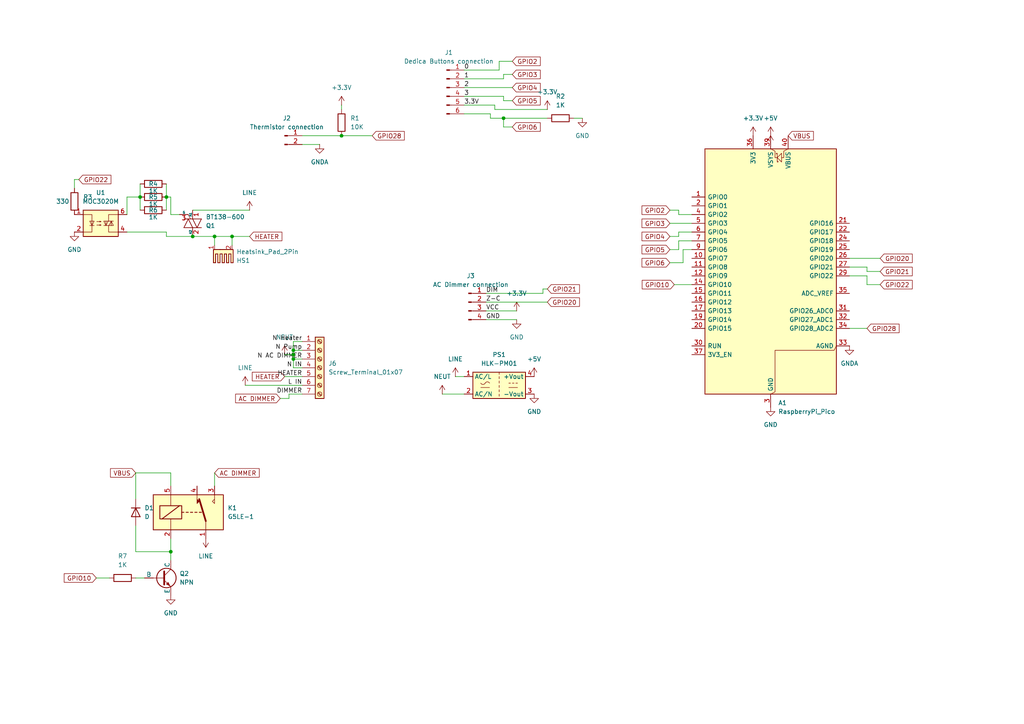
<source format=kicad_sch>
(kicad_sch (version 20231120) (generator "eeschema") (generator_version "8.0")
  (paper "A4")
  (lib_symbols
    (symbol "Connector:Conn_01x02_Pin" (pin_names (offset 1.016) hide)
      (property "Reference" "J" (at 0 2.54 0))
      (property "Value" "Conn_01x02_Pin" (at 0 -5.08 0))
      (symbol "Conn_01x02_Pin_1_1"
        (polyline (pts (xy 1.27 -2.54) (xy 0.8636 -2.54)) (stroke (width 0.1524)))
        (polyline (pts (xy 1.27 0) (xy 0.8636 0)) (stroke (width 0.1524)))
        (rectangle (start 0.8636 -2.413) (end 0 -2.667) (stroke (width 0.1524)) (fill (type outline)))
        (rectangle (start 0.8636 0.127) (end 0 -0.127) (stroke (width 0.1524)) (fill (type outline)))
        (pin passive line (at 5.08 0 180) (length 3.81) (name "Pin_1") (number "1"))
        (pin passive line (at 5.08 -2.54 180) (length 3.81) (name "Pin_2") (number "2"))
      )
    )
    (symbol "Connector:Conn_01x04_Pin" (pin_names (offset 1.016) hide)
      (property "Reference" "J" (at 0 5.08 0))
      (property "Value" "Conn_01x04_Pin" (at 0 -7.62 0))
      (symbol "Conn_01x04_Pin_1_1"
        (polyline (pts (xy 1.27 -5.08) (xy 0.8636 -5.08)) (stroke (width 0.1524)))
        (polyline (pts (xy 1.27 -2.54) (xy 0.8636 -2.54)) (stroke (width 0.1524)))
        (polyline (pts (xy 1.27 0) (xy 0.8636 0)) (stroke (width 0.1524)))
        (polyline (pts (xy 1.27 2.54) (xy 0.8636 2.54)) (stroke (width 0.1524)))
        (rectangle (start 0.8636 -4.953) (end 0 -5.207) (stroke (width 0.1524)) (fill (type outline)))
        (rectangle (start 0.8636 -2.413) (end 0 -2.667) (stroke (width 0.1524)) (fill (type outline)))
        (rectangle (start 0.8636 0.127) (end 0 -0.127) (stroke (width 0.1524)) (fill (type outline)))
        (rectangle (start 0.8636 2.667) (end 0 2.413) (stroke (width 0.1524)) (fill (type outline)))
        (pin passive line (at 5.08 2.54 180) (length 3.81) (name "Pin_1") (number "1"))
        (pin passive line (at 5.08 0 180) (length 3.81) (name "Pin_2") (number "2"))
        (pin passive line (at 5.08 -2.54 180) (length 3.81) (name "Pin_3") (number "3"))
        (pin passive line (at 5.08 -5.08 180) (length 3.81) (name "Pin_4") (number "4"))
      )
    )
    (symbol "Connector:Conn_01x06_Pin" (pin_names (offset 1.016) hide)
      (property "Reference" "J" (at 0 7.62 0))
      (property "Value" "Conn_01x06_Pin" (at 0 -10.16 0))
      (symbol "Conn_01x06_Pin_1_1"
        (polyline (pts (xy 1.27 -7.62) (xy 0.8636 -7.62)) (stroke (width 0.1524)))
        (polyline (pts (xy 1.27 -5.08) (xy 0.8636 -5.08)) (stroke (width 0.1524)))
        (polyline (pts (xy 1.27 -2.54) (xy 0.8636 -2.54)) (stroke (width 0.1524)))
        (polyline (pts (xy 1.27 0) (xy 0.8636 0)) (stroke (width 0.1524)))
        (polyline (pts (xy 1.27 2.54) (xy 0.8636 2.54)) (stroke (width 0.1524)))
        (polyline (pts (xy 1.27 5.08) (xy 0.8636 5.08)) (stroke (width 0.1524)))
        (rectangle (start 0.8636 -7.493) (end 0 -7.747) (stroke (width 0.1524)) (fill (type outline)))
        (rectangle (start 0.8636 -4.953) (end 0 -5.207) (stroke (width 0.1524)) (fill (type outline)))
        (rectangle (start 0.8636 -2.413) (end 0 -2.667) (stroke (width 0.1524)) (fill (type outline)))
        (rectangle (start 0.8636 0.127) (end 0 -0.127) (stroke (width 0.1524)) (fill (type outline)))
        (rectangle (start 0.8636 2.667) (end 0 2.413) (stroke (width 0.1524)) (fill (type outline)))
        (rectangle (start 0.8636 5.207) (end 0 4.953) (stroke (width 0.1524)) (fill (type outline)))
        (pin passive line (at 5.08 5.08 180) (length 3.81) (name "Pin_1") (number "1"))
        (pin passive line (at 5.08 2.54 180) (length 3.81) (name "Pin_2") (number "2"))
        (pin passive line (at 5.08 0 180) (length 3.81) (name "Pin_3") (number "3"))
        (pin passive line (at 5.08 -2.54 180) (length 3.81) (name "Pin_4") (number "4"))
        (pin passive line (at 5.08 -5.08 180) (length 3.81) (name "Pin_5") (number "5"))
        (pin passive line (at 5.08 -7.62 180) (length 3.81) (name "Pin_6") (number "6"))
      )
    )
    (symbol "Connector:Screw_Terminal_01x07" (pin_names (offset 1.016) hide)
      (property "Reference" "J" (at 0 10.16 0))
      (property "Value" "Screw_Terminal_01x07" (at 0 -10.16 0))
      (symbol "Screw_Terminal_01x07_1_1"
        (rectangle (start -1.27 8.89) (end 1.27 -8.89) (stroke (width 0.254)) (fill (type background)))
        (circle (center 0 -7.62) (radius 0.635) (stroke (width 0.1524)))
        (circle (center 0 -5.08) (radius 0.635) (stroke (width 0.1524)))
        (circle (center 0 -2.54) (radius 0.635) (stroke (width 0.1524)))
        (polyline (pts (xy -0.5334 -7.2898) (xy 0.3302 -8.128)) (stroke (width 0.1524)))
        (polyline (pts (xy -0.5334 -4.7498) (xy 0.3302 -5.588)) (stroke (width 0.1524)))
        (polyline (pts (xy -0.5334 -2.2098) (xy 0.3302 -3.048)) (stroke (width 0.1524)))
        (polyline (pts (xy -0.5334 0.3302) (xy 0.3302 -0.508)) (stroke (width 0.1524)))
        (polyline (pts (xy -0.5334 2.8702) (xy 0.3302 2.032)) (stroke (width 0.1524)))
        (polyline (pts (xy -0.5334 5.4102) (xy 0.3302 4.572)) (stroke (width 0.1524)))
        (polyline (pts (xy -0.5334 7.9502) (xy 0.3302 7.112)) (stroke (width 0.1524)))
        (polyline (pts (xy -0.3556 -7.112) (xy 0.508 -7.9502)) (stroke (width 0.1524)))
        (polyline (pts (xy -0.3556 -4.572) (xy 0.508 -5.4102)) (stroke (width 0.1524)))
        (polyline (pts (xy -0.3556 -2.032) (xy 0.508 -2.8702)) (stroke (width 0.1524)))
        (polyline (pts (xy -0.3556 0.508) (xy 0.508 -0.3302)) (stroke (width 0.1524)))
        (polyline (pts (xy -0.3556 3.048) (xy 0.508 2.2098)) (stroke (width 0.1524)))
        (polyline (pts (xy -0.3556 5.588) (xy 0.508 4.7498)) (stroke (width 0.1524)))
        (polyline (pts (xy -0.3556 8.128) (xy 0.508 7.2898)) (stroke (width 0.1524)))
        (circle (center 0 0) (radius 0.635) (stroke (width 0.1524)))
        (circle (center 0 2.54) (radius 0.635) (stroke (width 0.1524)))
        (circle (center 0 5.08) (radius 0.635) (stroke (width 0.1524)))
        (circle (center 0 7.62) (radius 0.635) (stroke (width 0.1524)))
        (pin passive line (at -5.08 7.62 0) (length 3.81) (name "Pin_1") (number "1"))
        (pin passive line (at -5.08 5.08 0) (length 3.81) (name "Pin_2") (number "2"))
        (pin passive line (at -5.08 2.54 0) (length 3.81) (name "Pin_3") (number "3"))
        (pin passive line (at -5.08 0 0) (length 3.81) (name "Pin_4") (number "4"))
        (pin passive line (at -5.08 -2.54 0) (length 3.81) (name "Pin_5") (number "5"))
        (pin passive line (at -5.08 -5.08 0) (length 3.81) (name "Pin_6") (number "6"))
        (pin passive line (at -5.08 -7.62 0) (length 3.81) (name "Pin_7") (number "7"))
      )
    )
    (symbol "Converter_ACDC:HLK-PM01"
      (property "Reference" "PS" (at 0 5.08 0))
      (property "Value" "HLK-PM01" (at 0 -5.08 0))
      (symbol "HLK-PM01_0_1"
        (rectangle (start -7.62 3.81) (end 7.62 -3.81) (stroke (width 0.254)) (fill (type background)))
        (arc (start -5.334 0.635) (mid -4.699 0.2495) (end -4.064 0.635))
        (arc (start -2.794 0.635) (mid -3.429 1.0072) (end -4.064 0.635))
        (polyline (pts (xy -5.334 -0.635) (xy -2.794 -0.635)))
        (polyline (pts (xy 0 -2.54) (xy 0 -3.175)))
        (polyline (pts (xy 0 -1.27) (xy 0 -1.905)))
        (polyline (pts (xy 0 0) (xy 0 -0.635)))
        (polyline (pts (xy 0 1.27) (xy 0 0.635)))
        (polyline (pts (xy 0 2.54) (xy 0 1.905)))
        (polyline (pts (xy 0 3.81) (xy 0 3.175)))
        (polyline (pts (xy 2.794 -0.635) (xy 5.334 -0.635)))
        (polyline (pts (xy 2.794 0.635) (xy 3.302 0.635)))
        (polyline (pts (xy 3.81 0.635) (xy 4.318 0.635)))
        (polyline (pts (xy 4.826 0.635) (xy 5.334 0.635)))
      )
      (symbol "HLK-PM01_1_1"
        (pin power_in line (at -10.16 2.54 0) (length 2.54) (name "AC/L") (number "1"))
        (pin power_in line (at -10.16 -2.54 0) (length 2.54) (name "AC/N") (number "2"))
        (pin power_out line (at 10.16 -2.54 180) (length 2.54) (name "-Vout") (number "3"))
        (pin power_out line (at 10.16 2.54 180) (length 2.54) (name "+Vout") (number "4"))
      )
    )
    (symbol "Device:D" (pin_numbers hide) (pin_names (offset 1.016) hide)
      (property "Reference" "D" (at 0 2.54 0))
      (property "Value" "D" (at 0 -2.54 0))
      (symbol "D_0_1"
        (polyline (pts (xy -1.27 1.27) (xy -1.27 -1.27)) (stroke (width 0.254)))
        (polyline (pts (xy 1.27 0) (xy -1.27 0)))
        (polyline (pts (xy 1.27 1.27) (xy 1.27 -1.27) (xy -1.27 0) (xy 1.27 1.27)) (stroke (width 0.254)))
      )
      (symbol "D_1_1"
        (pin passive line (at -3.81 0 0) (length 2.54) (name "K") (number "1"))
        (pin passive line (at 3.81 0 180) (length 2.54) (name "A") (number "2"))
      )
    )
    (symbol "Device:R" (pin_numbers hide) (pin_names (offset 0))
      (property "Reference" "R" (at 2.032 0 90))
      (property "Value" "R" (at 0 0 90))
      (symbol "R_0_1"
        (rectangle (start -1.016 -2.54) (end 1.016 2.54) (stroke (width 0.254)))
      )
      (symbol "R_1_1"
        (pin passive line (at 0 3.81 270) (length 1.27) (name "~") (number "1"))
        (pin passive line (at 0 -3.81 90) (length 1.27) (name "~") (number "2"))
      )
    )
    (symbol "MCU_Module_RaspberryPi_Pico:RaspberryPi_Pico" (pin_names (offset 0.762))
      (property "Reference" "A" (at -19.05 38.1 0))
      (property "Value" "RaspberryPi_Pico" (at 7.62 38.1 0))
      (symbol "RaspberryPi_Pico_0_1"
        (rectangle (start -19.05 36.83) (end 19.05 -34.29) (stroke (width 0.254)) (fill (type background)))
        (polyline (pts (xy 0 36.83) (xy 1.27 36.195) (xy 1.27 34.29) (xy 1.905 34.29)))
        (polyline (pts (xy 1.905 34.29) (xy 3.175 35.56) (xy 3.175 33.02) (xy 1.905 34.29)))
        (polyline (pts (xy 5.08 36.83) (xy 3.81 36.195) (xy 3.81 34.29) (xy 3.175 34.29)))
        (polyline (pts (xy 0 -34.29) (xy 1.27 -33.655) (xy 1.27 -21.59) (xy 18.415 -21.59) (xy 19.05 -20.32)))
        (polyline (pts (xy 1.651 35.306) (xy 1.651 35.56) (xy 1.905 35.56) (xy 1.905 33.02) (xy 2.159 33.02) (xy 2.159 33.274)))
      )
      (symbol "RaspberryPi_Pico_1_1"
        (pin bidirectional line (at -22.86 22.86 0) (length 3.81) (name "GPIO0") (number "1"))
        (pin bidirectional line (at -22.86 5.08 0) (length 3.81) (name "GPIO7") (number "10"))
        (pin bidirectional line (at -22.86 2.54 0) (length 3.81) (name "GPIO8") (number "11"))
        (pin bidirectional line (at -22.86 0 0) (length 3.81) (name "GPIO9") (number "12"))
        (pin passive line (at 0 -38.1 90) (length 3.81) hide (name "GND") (number "13"))
        (pin bidirectional line (at -22.86 -2.54 0) (length 3.81) (name "GPIO10") (number "14"))
        (pin bidirectional line (at -22.86 -5.08 0) (length 3.81) (name "GPIO11") (number "15"))
        (pin bidirectional line (at -22.86 -7.62 0) (length 3.81) (name "GPIO12") (number "16"))
        (pin bidirectional line (at -22.86 -10.16 0) (length 3.81) (name "GPIO13") (number "17"))
        (pin passive line (at 0 -38.1 90) (length 3.81) hide (name "GND") (number "18"))
        (pin bidirectional line (at -22.86 -12.7 0) (length 3.81) (name "GPIO14") (number "19"))
        (pin bidirectional line (at -22.86 20.32 0) (length 3.81) (name "GPIO1") (number "2"))
        (pin bidirectional line (at -22.86 -15.24 0) (length 3.81) (name "GPIO15") (number "20"))
        (pin bidirectional line (at 22.86 15.24 180) (length 3.81) (name "GPIO16") (number "21"))
        (pin bidirectional line (at 22.86 12.7 180) (length 3.81) (name "GPIO17") (number "22"))
        (pin passive line (at 0 -38.1 90) (length 3.81) hide (name "GND") (number "23"))
        (pin bidirectional line (at 22.86 10.16 180) (length 3.81) (name "GPIO18") (number "24"))
        (pin bidirectional line (at 22.86 7.62 180) (length 3.81) (name "GPIO19") (number "25"))
        (pin bidirectional line (at 22.86 5.08 180) (length 3.81) (name "GPIO20") (number "26"))
        (pin bidirectional line (at 22.86 2.54 180) (length 3.81) (name "GPIO21") (number "27"))
        (pin passive line (at 0 -38.1 90) (length 3.81) hide (name "GND") (number "28"))
        (pin bidirectional line (at 22.86 0 180) (length 3.81) (name "GPIO22") (number "29"))
        (pin power_out line (at 0 -38.1 90) (length 3.81) (name "GND") (number "3"))
        (pin input line (at -22.86 -20.32 0) (length 3.81) (name "RUN") (number "30"))
        (pin bidirectional line (at 22.86 -10.16 180) (length 3.81) (name "GPIO26_ADC0") (number "31"))
        (pin bidirectional line (at 22.86 -12.7 180) (length 3.81) (name "GPIO27_ADC1") (number "32"))
        (pin power_out line (at 22.86 -20.32 180) (length 3.81) (name "AGND") (number "33"))
        (pin bidirectional line (at 22.86 -15.24 180) (length 3.81) (name "GPIO28_ADC2") (number "34"))
        (pin power_in line (at 22.86 -5.08 180) (length 3.81) (name "ADC_VREF") (number "35"))
        (pin power_out line (at -5.08 40.64 270) (length 3.81) (name "3V3") (number "36"))
        (pin input line (at -22.86 -22.86 0) (length 3.81) (name "3V3_EN") (number "37"))
        (pin passive line (at 0 -38.1 90) (length 3.81) hide (name "GND") (number "38"))
        (pin power_in line (at 0 40.64 270) (length 3.81) (name "VSYS") (number "39"))
        (pin bidirectional line (at -22.86 17.78 0) (length 3.81) (name "GPIO2") (number "4"))
        (pin power_out line (at 5.08 40.64 270) (length 3.81) (name "VBUS") (number "40"))
        (pin bidirectional line (at -22.86 15.24 0) (length 3.81) (name "GPIO3") (number "5"))
        (pin bidirectional line (at -22.86 12.7 0) (length 3.81) (name "GPIO4") (number "6"))
        (pin bidirectional line (at -22.86 10.16 0) (length 3.81) (name "GPIO5") (number "7"))
        (pin passive line (at 0 -38.1 90) (length 3.81) hide (name "GND") (number "8"))
        (pin bidirectional line (at -22.86 7.62 0) (length 3.81) (name "GPIO6") (number "9"))
      )
    )
    (symbol "Mechanical:Heatsink_Pad_2Pin" (pin_names (offset 0)) (exclude_from_sim yes)
      (property "Reference" "HS" (at 0 5.715 0))
      (property "Value" "Heatsink_Pad_2Pin" (at 0 3.81 0))
      (symbol "Heatsink_Pad_2Pin_0_1"
        (polyline (pts (xy -0.3302 0) (xy -0.9652 0) (xy -0.9652 2.54) (xy -1.6002 2.54) (xy -1.6002 0) (xy -2.2352 0) (xy -2.2352 2.54) (xy -2.8702 2.54) (xy -2.8702 -1.27) (xy -0.9652 -1.27)) (stroke (width 0.254)) (fill (type background)))
        (polyline (pts (xy -0.3302 0) (xy -0.3302 2.54) (xy 0.3048 2.54) (xy 0.3048 0) (xy 0.9398 0) (xy 0.9398 2.54) (xy 1.5748 2.54) (xy 1.5748 0) (xy 2.2098 0) (xy 2.2098 2.54) (xy 2.8448 2.54) (xy 2.8448 -1.27) (xy -0.9652 -1.27)) (stroke (width 0.254)) (fill (type background)))
      )
      (symbol "Heatsink_Pad_2Pin_1_1"
        (pin passive line (at -2.54 -2.54 90) (length 1.27) (name "~") (number "1"))
        (pin passive line (at 2.54 -2.54 90) (length 1.27) (name "~") (number "2"))
      )
    )
    (symbol "Relay:G5LE-1"
      (property "Reference" "K" (at 11.43 3.81 0))
      (property "Value" "G5LE-1" (at 11.43 1.27 0))
      (symbol "G5LE-1_0_0"
        (polyline (pts (xy 7.62 5.08) (xy 7.62 2.54) (xy 6.985 3.175) (xy 7.62 3.81)))
      )
      (symbol "G5LE-1_0_1"
        (rectangle (start -10.16 5.08) (end 10.16 -5.08) (stroke (width 0.254)) (fill (type background)))
        (rectangle (start -8.255 1.905) (end -1.905 -1.905) (stroke (width 0.254)))
        (polyline (pts (xy -7.62 -1.905) (xy -2.54 1.905)) (stroke (width 0.254)))
        (polyline (pts (xy -5.08 -5.08) (xy -5.08 -1.905)))
        (polyline (pts (xy -5.08 5.08) (xy -5.08 1.905)))
        (polyline (pts (xy -1.905 0) (xy -1.27 0)) (stroke (width 0.254)))
        (polyline (pts (xy -0.635 0) (xy 0 0)) (stroke (width 0.254)))
        (polyline (pts (xy 0.635 0) (xy 1.27 0)) (stroke (width 0.254)))
        (polyline (pts (xy 1.905 0) (xy 2.54 0)) (stroke (width 0.254)))
        (polyline (pts (xy 3.175 0) (xy 3.81 0)) (stroke (width 0.254)))
        (polyline (pts (xy 5.08 -2.54) (xy 3.175 3.81)) (stroke (width 0.508)))
        (polyline (pts (xy 5.08 -2.54) (xy 5.08 -5.08)))
        (polyline (pts (xy 2.54 5.08) (xy 2.54 2.54) (xy 3.175 3.175) (xy 2.54 3.81)) (fill (type outline)))
      )
      (symbol "G5LE-1_1_1"
        (pin passive line (at 5.08 -7.62 90) (length 2.54) (name "~") (number "1"))
        (pin passive line (at -5.08 -7.62 90) (length 2.54) (name "~") (number "2"))
        (pin passive line (at 7.62 7.62 270) (length 2.54) (name "~") (number "3"))
        (pin passive line (at 2.54 7.62 270) (length 2.54) (name "~") (number "4"))
        (pin passive line (at -5.08 7.62 270) (length 2.54) (name "~") (number "5"))
      )
    )
    (symbol "Relay_SolidState:MOC3020M"
      (property "Reference" "U" (at -5.334 4.826 0))
      (property "Value" "MOC3020M" (at 0 5.08 0))
      (symbol "MOC3020M_0_1"
        (rectangle (start -5.08 3.81) (end 5.08 -3.81) (stroke (width 0.254)) (fill (type background)))
        (polyline (pts (xy -3.175 -0.635) (xy -1.905 -0.635)))
        (polyline (pts (xy 1.524 -0.635) (xy 1.524 0.635)))
        (polyline (pts (xy 3.048 0.635) (xy 3.048 -0.635)))
        (polyline (pts (xy 2.286 -0.635) (xy 2.286 -2.54) (xy 5.08 -2.54)))
        (polyline (pts (xy 2.286 0.635) (xy 2.286 2.54) (xy 5.08 2.54)))
        (polyline (pts (xy -5.08 2.54) (xy -2.54 2.54) (xy -2.54 -2.54) (xy -5.08 -2.54)))
        (polyline (pts (xy -2.54 -0.635) (xy -3.175 0.635) (xy -1.905 0.635) (xy -2.54 -0.635)))
        (polyline (pts (xy 0.889 -0.635) (xy 3.683 -0.635) (xy 3.048 0.635) (xy 2.413 -0.635)))
        (polyline (pts (xy 3.683 0.635) (xy 0.889 0.635) (xy 1.524 -0.635) (xy 2.159 0.635)))
        (polyline (pts (xy -1.143 -0.508) (xy 0.127 -0.508) (xy -0.254 -0.635) (xy -0.254 -0.381) (xy 0.127 -0.508)))
        (polyline (pts (xy -1.143 0.508) (xy 0.127 0.508) (xy -0.254 0.381) (xy -0.254 0.635) (xy 0.127 0.508)))
      )
      (symbol "MOC3020M_1_1"
        (pin passive line (at -7.62 2.54 0) (length 2.54) (name "~") (number "1"))
        (pin passive line (at -7.62 -2.54 0) (length 2.54) (name "~") (number "2"))
        (pin no_connect line (at -5.08 0 0) (length 2.54) hide (name "NC") (number "3"))
        (pin passive line (at 7.62 -2.54 180) (length 2.54) (name "~") (number "4"))
        (pin no_connect line (at 5.08 0 180) (length 2.54) hide (name "NC") (number "5"))
        (pin passive line (at 7.62 2.54 180) (length 2.54) (name "~") (number "6"))
      )
    )
    (symbol "Simulation_SPICE:NPN" (pin_numbers hide) (pin_names (offset 0))
      (property "Reference" "Q" (at -2.54 7.62 0))
      (property "Value" "NPN" (at -2.54 5.08 0))
      (symbol "NPN_0_1"
        (polyline (pts (xy -2.54 0) (xy 0.635 0)) (stroke (width 0.1524)))
        (polyline (pts (xy 0.635 0.635) (xy 2.54 2.54)))
        (polyline (pts (xy 2.794 -1.27) (xy 2.794 -1.27)) (stroke (width 0.1524)))
        (polyline (pts (xy 2.794 -1.27) (xy 2.794 -1.27)) (stroke (width 0.1524)))
        (polyline (pts (xy 0.635 -0.635) (xy 2.54 -2.54) (xy 2.54 -2.54)))
        (polyline (pts (xy 0.635 1.905) (xy 0.635 -1.905) (xy 0.635 -1.905)) (stroke (width 0.508)))
        (polyline (pts (xy 1.27 -1.778) (xy 1.778 -1.27) (xy 2.286 -2.286) (xy 1.27 -1.778) (xy 1.27 -1.778)) (fill (type outline)))
        (circle (center 1.27 0) (radius 2.8194) (stroke (width 0.254)))
      )
      (symbol "NPN_1_1"
        (pin open_collector line (at 2.54 5.08 270) (length 2.54) (name "C") (number "1"))
        (pin input line (at -5.08 0 0) (length 2.54) (name "B") (number "2"))
        (pin open_emitter line (at 2.54 -5.08 90) (length 2.54) (name "E") (number "3"))
      )
    )
    (symbol "Triac_Thyristor:BT138-600" (pin_names (offset 0))
      (property "Reference" "Q" (at 5.08 1.905 0))
      (property "Value" "BT138-600" (at 5.08 0 0))
      (symbol "BT138-600_0_1"
        (polyline (pts (xy -2.54 -1.27) (xy 2.54 -1.27)) (stroke (width 0.2032)))
        (polyline (pts (xy -2.54 1.27) (xy 2.54 1.27)) (stroke (width 0.2032)))
        (polyline (pts (xy -1.27 -2.54) (xy -0.635 -1.27)))
        (polyline (pts (xy -2.54 1.27) (xy -1.27 -1.27) (xy 0 1.27)) (stroke (width 0.2032)))
        (polyline (pts (xy 0 -1.27) (xy 1.27 1.27) (xy 2.54 -1.27)) (stroke (width 0.2032)))
      )
      (symbol "BT138-600_1_1"
        (pin passive line (at 0 -3.81 90) (length 2.54) (name "A1") (number "1"))
        (pin passive line (at 0 3.81 270) (length 2.54) (name "A2") (number "2"))
        (pin input line (at -3.81 -2.54 0) (length 2.54) (name "G") (number "3"))
      )
    )
    (symbol "power:+3.3V" (power) (pin_numbers hide) (pin_names (offset 0) hide)
      (property "Value" "+3.3V" (at 0 3.556 0))
      (symbol "+3.3V_0_1"
        (polyline (pts (xy -0.762 1.27) (xy 0 2.54)))
        (polyline (pts (xy 0 0) (xy 0 2.54)))
        (polyline (pts (xy 0 2.54) (xy 0.762 1.27)))
      )
      (symbol "+3.3V_1_1"
        (pin power_in line (at 0 0 90) (length 0) (name "~") (number "1"))
      )
    )
    (symbol "power:+5V" (power) (pin_numbers hide) (pin_names (offset 0) hide)
      (property "Value" "+5V" (at 0 3.556 0))
      (symbol "+5V_0_1"
        (polyline (pts (xy -0.762 1.27) (xy 0 2.54)))
        (polyline (pts (xy 0 0) (xy 0 2.54)))
        (polyline (pts (xy 0 2.54) (xy 0.762 1.27)))
      )
      (symbol "+5V_1_1"
        (pin power_in line (at 0 0 90) (length 0) (name "~") (number "1"))
      )
    )
    (symbol "power:GND" (power) (pin_numbers hide) (pin_names (offset 0) hide)
      (property "Value" "GND" (at 0 -3.81 0))
      (symbol "GND_0_1"
        (polyline (pts (xy 0 0) (xy 0 -1.27) (xy 1.27 -1.27) (xy 0 -2.54) (xy -1.27 -1.27) (xy 0 -1.27)))
      )
      (symbol "GND_1_1"
        (pin power_in line (at 0 0 270) (length 0) (name "~") (number "1"))
      )
    )
    (symbol "power:GNDA" (power) (pin_numbers hide) (pin_names (offset 0) hide)
      (property "Value" "GNDA" (at 0 -3.81 0))
      (symbol "GNDA_0_1"
        (polyline (pts (xy 0 0) (xy 0 -1.27) (xy 1.27 -1.27) (xy 0 -2.54) (xy -1.27 -1.27) (xy 0 -1.27)))
      )
      (symbol "GNDA_1_1"
        (pin power_in line (at 0 0 270) (length 0) (name "~") (number "1"))
      )
    )
    (symbol "power:LINE" (power) (pin_numbers hide) (pin_names (offset 0) hide)
      (property "Value" "LINE" (at 0 3.556 0))
      (symbol "LINE_0_1"
        (polyline (pts (xy -0.762 1.27) (xy 0 2.54)))
        (polyline (pts (xy 0 0) (xy 0 2.54)))
        (polyline (pts (xy 0 2.54) (xy 0.762 1.27)))
      )
      (symbol "LINE_1_1"
        (pin power_in line (at 0 0 90) (length 0) (name "~") (number "1"))
      )
    )
    (symbol "power:NEUT" (power) (pin_numbers hide) (pin_names (offset 0) hide)
      (property "Value" "NEUT" (at 0 3.556 0))
      (symbol "NEUT_0_1"
        (polyline (pts (xy -0.762 1.27) (xy 0 2.54)))
        (polyline (pts (xy 0 0) (xy 0 2.54)))
        (polyline (pts (xy 0 2.54) (xy 0.762 1.27)))
      )
      (symbol "NEUT_1_1"
        (pin power_in line (at 0 0 90) (length 0) (name "~") (number "1"))
      )
    )
    (symbol "power:VCC" (power) (pin_numbers hide) (pin_names (offset 0) hide)
      (property "Value" "VCC" (at 0 3.556 0))
      (symbol "VCC_0_1"
        (polyline (pts (xy -0.762 1.27) (xy 0 2.54)))
        (polyline (pts (xy 0 0) (xy 0 2.54)))
        (polyline (pts (xy 0 2.54) (xy 0.762 1.27)))
      )
      (symbol "VCC_1_1"
        (pin power_in line (at 0 0 90) (length 0) (name "~") (number "1"))
      )
    )
  )
  (junction (at 146.05 34.29))
  (junction (at 40.64 57.15))
  (junction (at 49.53 160.02))
  (junction (at 67.31 68.58))
  (junction (at 85.09 102.87))
  (junction (at 48.26 57.15))
  (junction (at 99.06 39.37))
  (junction (at 85.09 101.6))
  (junction (at 85.09 104.14))
  (junction (at 62.23 68.58))
  (junction (at 55.88 68.58))
  (wire (pts (xy 142.24 34.29) (xy 146.05 34.29)))
  (wire (pts (xy 67.31 68.58) (xy 67.31 71.12)))
  (wire (pts (xy 62.23 68.58) (xy 55.88 68.58)))
  (wire (pts (xy 198.12 72.39) (xy 200.66 72.39)))
  (wire (pts (xy 85.09 101.6) (xy 85.09 102.87)))
  (wire (pts (xy 85.09 104.14) (xy 85.09 106.68)))
  (wire (pts (xy 49.53 160.02) (xy 49.53 162.56)))
  (wire (pts (xy 48.26 67.31) (xy 48.26 68.58)))
  (wire (pts (xy 21.59 52.07) (xy 21.59 54.61)))
  (wire (pts (xy 48.26 53.34) (xy 48.26 57.15)))
  (wire (pts (xy 251.46 80.01) (xy 251.46 82.55)))
  (wire (pts (xy 36.83 67.31) (xy 48.26 67.31)))
  (wire (pts (xy 62.23 68.58) (xy 62.23 71.12)))
  (wire (pts (xy 140.97 85.09) (xy 157.48 85.09)))
  (wire (pts (xy 196.85 68.58) (xy 196.85 67.31)))
  (wire (pts (xy 67.31 68.58) (xy 62.23 68.58)))
  (wire (pts (xy 85.09 99.06) (xy 85.09 101.6)))
  (wire (pts (xy 144.78 20.32) (xy 144.78 17.78)))
  (wire (pts (xy 49.53 57.15) (xy 49.53 62.23)))
  (wire (pts (xy 87.63 41.91) (xy 92.71 41.91)))
  (wire (pts (xy 49.53 156.21) (xy 49.53 160.02)))
  (wire (pts (xy 146.05 21.59) (xy 148.59 21.59)))
  (wire (pts (xy 27.94 167.64) (xy 31.75 167.64)))
  (wire (pts (xy 195.58 82.55) (xy 200.66 82.55)))
  (wire (pts (xy 246.38 74.93) (xy 255.27 74.93)))
  (wire (pts (xy 82.55 102.87) (xy 85.09 102.87)))
  (wire (pts (xy 39.37 137.16) (xy 49.53 137.16)))
  (wire (pts (xy 196.85 72.39) (xy 196.85 69.85)))
  (wire (pts (xy 85.09 106.68) (xy 87.63 106.68)))
  (wire (pts (xy 83.82 115.57) (xy 81.28 115.57)))
  (wire (pts (xy 82.55 109.22) (xy 87.63 109.22)))
  (wire (pts (xy 194.31 60.96) (xy 196.85 60.96)))
  (wire (pts (xy 85.09 104.14) (xy 87.63 104.14)))
  (wire (pts (xy 146.05 29.21) (xy 148.59 29.21)))
  (wire (pts (xy 140.97 92.71) (xy 149.86 92.71)))
  (wire (pts (xy 72.39 68.58) (xy 67.31 68.58)))
  (wire (pts (xy 39.37 144.78) (xy 39.37 137.16)))
  (wire (pts (xy 134.62 33.02) (xy 142.24 33.02)))
  (wire (pts (xy 85.09 102.87) (xy 85.09 104.14)))
  (wire (pts (xy 40.64 57.15) (xy 36.83 57.15)))
  (wire (pts (xy 140.97 90.17) (xy 149.86 90.17)))
  (wire (pts (xy 143.51 30.48) (xy 143.51 31.75)))
  (wire (pts (xy 40.64 57.15) (xy 40.64 60.96)))
  (wire (pts (xy 157.48 85.09) (xy 157.48 83.82)))
  (wire (pts (xy 99.06 30.48) (xy 99.06 31.75)))
  (wire (pts (xy 132.08 109.22) (xy 134.62 109.22)))
  (wire (pts (xy 246.38 80.01) (xy 251.46 80.01)))
  (wire (pts (xy 157.48 83.82) (xy 158.75 83.82)))
  (wire (pts (xy 62.23 137.16) (xy 62.23 140.97)))
  (wire (pts (xy 49.53 160.02) (xy 39.37 160.02)))
  (wire (pts (xy 39.37 160.02) (xy 39.37 152.4)))
  (wire (pts (xy 246.38 95.25) (xy 251.46 95.25)))
  (wire (pts (xy 246.38 77.47) (xy 251.46 77.47)))
  (wire (pts (xy 146.05 34.29) (xy 158.75 34.29)))
  (wire (pts (xy 87.63 99.06) (xy 85.09 99.06)))
  (wire (pts (xy 251.46 78.74) (xy 255.27 78.74)))
  (wire (pts (xy 134.62 20.32) (xy 144.78 20.32)))
  (wire (pts (xy 196.85 62.23) (xy 200.66 62.23)))
  (wire (pts (xy 146.05 34.29) (xy 146.05 36.83)))
  (wire (pts (xy 71.12 111.76) (xy 87.63 111.76)))
  (wire (pts (xy 146.05 22.86) (xy 146.05 21.59)))
  (wire (pts (xy 49.53 62.23) (xy 52.07 62.23)))
  (wire (pts (xy 22.86 52.07) (xy 21.59 52.07)))
  (wire (pts (xy 251.46 82.55) (xy 255.27 82.55)))
  (wire (pts (xy 134.62 30.48) (xy 143.51 30.48)))
  (wire (pts (xy 48.26 57.15) (xy 48.26 60.96)))
  (wire (pts (xy 198.12 76.2) (xy 198.12 72.39)))
  (wire (pts (xy 143.51 31.75) (xy 158.75 31.75)))
  (wire (pts (xy 134.62 25.4) (xy 148.59 25.4)))
  (wire (pts (xy 144.78 17.78) (xy 148.59 17.78)))
  (wire (pts (xy 87.63 114.3) (xy 83.82 114.3)))
  (wire (pts (xy 142.24 33.02) (xy 142.24 34.29)))
  (wire (pts (xy 194.31 76.2) (xy 198.12 76.2)))
  (wire (pts (xy 194.31 68.58) (xy 196.85 68.58)))
  (wire (pts (xy 128.27 114.3) (xy 134.62 114.3)))
  (wire (pts (xy 134.62 27.94) (xy 146.05 27.94)))
  (wire (pts (xy 196.85 67.31) (xy 200.66 67.31)))
  (wire (pts (xy 99.06 39.37) (xy 107.95 39.37)))
  (wire (pts (xy 85.09 101.6) (xy 87.63 101.6)))
  (wire (pts (xy 36.83 57.15) (xy 36.83 62.23)))
  (wire (pts (xy 48.26 68.58) (xy 55.88 68.58)))
  (wire (pts (xy 134.62 22.86) (xy 146.05 22.86)))
  (wire (pts (xy 83.82 114.3) (xy 83.82 115.57)))
  (wire (pts (xy 251.46 77.47) (xy 251.46 78.74)))
  (wire (pts (xy 55.88 60.96) (xy 72.39 60.96)))
  (wire (pts (xy 194.31 64.77) (xy 200.66 64.77)))
  (wire (pts (xy 146.05 27.94) (xy 146.05 29.21)))
  (wire (pts (xy 49.53 137.16) (xy 49.53 140.97)))
  (wire (pts (xy 196.85 60.96) (xy 196.85 62.23)))
  (wire (pts (xy 39.37 167.64) (xy 41.91 167.64)))
  (wire (pts (xy 40.64 53.34) (xy 40.64 57.15)))
  (wire (pts (xy 146.05 36.83) (xy 148.59 36.83)))
  (wire (pts (xy 196.85 69.85) (xy 200.66 69.85)))
  (wire (pts (xy 168.91 34.29) (xy 166.37 34.29)))
  (wire (pts (xy 140.97 87.63) (xy 158.75 87.63)))
  (wire (pts (xy 194.31 72.39) (xy 196.85 72.39)))
  (wire (pts (xy 48.26 57.15) (xy 49.53 57.15)))
  (wire (pts (xy 87.63 39.37) (xy 99.06 39.37)))
  (label "3" (at 134.62 27.94 0))
  (label "N AC DIMMER" (at 87.63 104.14 180))
  (label "VCC" (at 140.97 90.17 0))
  (label "DIMMER" (at 87.63 114.3 180))
  (label "2" (at 134.62 25.4 0))
  (label "N IN" (at 87.63 106.68 180))
  (label "N Heater" (at 87.63 99.06 180))
  (label "DIM" (at 140.97 85.09 0))
  (label "GND" (at 140.97 92.71 0))
  (label "HEATER" (at 87.63 109.22 180))
  (label "0" (at 134.62 20.32 0))
  (label "N Pump" (at 87.63 101.6 180))
  (label "Z-C" (at 140.97 87.63 0))
  (label "L IN" (at 87.63 111.76 180))
  (label "1" (at 134.62 22.86 0))
  (label "3.3V" (at 134.62 30.48 0))
  (global_label "GPIO5" (shape input) (at 194.31 72.39 180) (property "Intersheetrefs" "${INTERSHEET_REFS}" (effects (hide yes))))
  (global_label "GPIO21" (shape input) (at 158.75 83.82 0) (property "Intersheetrefs" "${INTERSHEET_REFS}" (effects (hide yes))))
  (global_label "HEATER" (shape input) (at 82.55 109.22 180) (property "Intersheetrefs" "${INTERSHEET_REFS}" (effects (hide yes))))
  (global_label "GPIO5" (shape input) (at 148.59 29.21 0) (property "Intersheetrefs" "${INTERSHEET_REFS}" (effects (hide yes))))
  (global_label "GPIO2" (shape input) (at 194.31 60.96 180) (property "Intersheetrefs" "${INTERSHEET_REFS}" (effects (hide yes))))
  (global_label "GPIO10" (shape input) (at 195.58 82.55 180) (property "Intersheetrefs" "${INTERSHEET_REFS}" (effects (hide yes))))
  (global_label "AC DIMMER" (shape input) (at 81.28 115.57 180) (property "Intersheetrefs" "${INTERSHEET_REFS}" (effects (hide yes))))
  (global_label "GPIO22" (shape input) (at 22.86 52.07 0) (property "Intersheetrefs" "${INTERSHEET_REFS}" (effects (hide yes))))
  (global_label "GPIO4" (shape input) (at 194.31 68.58 180) (property "Intersheetrefs" "${INTERSHEET_REFS}" (effects (hide yes))))
  (global_label "VBUS" (shape input) (at 39.37 137.16 180) (property "Intersheetrefs" "${INTERSHEET_REFS}" (effects (hide yes))))
  (global_label "GPIO3" (shape input) (at 194.31 64.77 180) (property "Intersheetrefs" "${INTERSHEET_REFS}" (effects (hide yes))))
  (global_label "HEATER" (shape input) (at 72.39 68.58 0) (property "Intersheetrefs" "${INTERSHEET_REFS}" (effects (hide yes))))
  (global_label "GPIO20" (shape input) (at 255.27 74.93 0) (property "Intersheetrefs" "${INTERSHEET_REFS}" (effects (hide yes))))
  (global_label "GPIO6" (shape input) (at 148.59 36.83 0) (property "Intersheetrefs" "${INTERSHEET_REFS}" (effects (hide yes))))
  (global_label "GPIO28" (shape input) (at 251.46 95.25 0) (property "Intersheetrefs" "${INTERSHEET_REFS}" (effects (hide yes))))
  (global_label "GPIO20" (shape input) (at 158.75 87.63 0) (property "Intersheetrefs" "${INTERSHEET_REFS}" (effects (hide yes))))
  (global_label "GPIO21" (shape input) (at 255.27 78.74 0) (property "Intersheetrefs" "${INTERSHEET_REFS}" (effects (hide yes))))
  (global_label "GPIO28" (shape input) (at 107.95 39.37 0) (property "Intersheetrefs" "${INTERSHEET_REFS}" (effects (hide yes))))
  (global_label "VBUS" (shape input) (at 228.6 39.37 0) (property "Intersheetrefs" "${INTERSHEET_REFS}" (effects (hide yes))))
  (global_label "GPIO4" (shape input) (at 148.59 25.4 0) (property "Intersheetrefs" "${INTERSHEET_REFS}" (effects (hide yes))))
  (global_label "GPIO22" (shape input) (at 255.27 82.55 0) (property "Intersheetrefs" "${INTERSHEET_REFS}" (effects (hide yes))))
  (global_label "GPIO10" (shape input) (at 27.94 167.64 180) (property "Intersheetrefs" "${INTERSHEET_REFS}" (effects (hide yes))))
  (global_label "GPIO2" (shape input) (at 148.59 17.78 0) (property "Intersheetrefs" "${INTERSHEET_REFS}" (effects (hide yes))))
  (global_label "AC DIMMER" (shape input) (at 62.23 137.16 0) (property "Intersheetrefs" "${INTERSHEET_REFS}" (effects (hide yes))))
  (global_label "GPIO3" (shape input) (at 148.59 21.59 0) (property "Intersheetrefs" "${INTERSHEET_REFS}" (effects (hide yes))))
  (global_label "GPIO6" (shape input) (at 194.31 76.2 180) (property "Intersheetrefs" "${INTERSHEET_REFS}" (effects (hide yes))))
  (symbol (lib_id "MCU_Module_RaspberryPi_Pico:RaspberryPi_Pico") (at 223.52 80.01 0) (unit 1)
    (property "Reference" "A1" (at 225.7141 116.84 0) (effects (justify left)))
    (property "Value" "RaspberryPi_Pico" (at 225.7141 119.38 0) (effects (justify left)))
    (property "Footprint" "Module_RaspberryPi_Pico:RaspberryPi_Pico_Common_THT_MountingHoles" (effects (hide yes)))
    (property "Datasheet" "https://datasheets.raspberrypi.com/pico/pico-datasheet.pdf" (effects (hide yes)))
    (property "Description" "Versatile and inexpensive microcontroller module powered by RP2040 dual-core Arm Cortex-M0+ processor up to 133 MHz, 264kB SRAM, 2MB QSPI flash" (effects (hide yes)))
  )
  (symbol (lib_id "power:+5V") (at 154.94 109.22 0) (unit 1)
    (property "Reference" "#PWR09" (effects (hide yes)))
    (property "Value" "+5V" (at 154.94 104.14 0))
    (property "Description" "Power symbol creates a global label with name \"+5V\"" (effects (hide yes)))
  )
  (symbol (lib_id "power:GNDA") (at 92.71 41.91 0) (unit 1)
    (property "Reference" "#PWR04" (effects (hide yes)))
    (property "Value" "GNDA" (at 92.71 46.99 0))
    (property "Description" "Power symbol creates a global label with name \"GNDA\" , analog ground" (effects (hide yes)))
  )
  (symbol (lib_id "power:+3.3V") (at 99.06 30.48 0) (unit 1)
    (property "Reference" "#PWR03" (effects (hide yes)))
    (property "Value" "+3.3V" (at 99.06 25.4 0))
    (property "Description" "Power symbol creates a global label with name \"+3.3V\"" (effects (hide yes)))
  )
  (symbol (lib_id "Device:R") (at 162.56 34.29 90) (unit 1)
    (property "Reference" "R2" (at 162.56 27.94 90))
    (property "Value" "1K" (at 162.56 30.48 90))
    (property "Footprint" "Resistor_THT:R_Axial_DIN0204_L3.6mm_D1.6mm_P5.08mm_Horizontal" (effects (hide yes)))
    (property "Description" "Resistor" (effects (hide yes)))
  )
  (symbol (lib_id "Device:D") (at 39.37 148.59 270) (unit 1)
    (property "Reference" "D1" (at 41.91 147.3199 90) (effects (justify left)))
    (property "Value" "D" (at 41.91 149.8599 90) (effects (justify left)))
    (property "Footprint" "Diode_THT:D_A-405_P7.62mm_Horizontal" (effects (hide yes)))
    (property "Description" "Diode" (effects (hide yes)))
    (property "Sim.Device" "D" (effects (hide yes)))
    (property "Sim.Pins" "1=K 2=A" (effects (hide yes)))
  )
  (symbol (lib_id "Connector:Conn_01x02_Pin") (at 82.55 39.37 0) (unit 1)
    (property "Reference" "J2" (at 83.185 34.29 0))
    (property "Value" "Thermistor connection" (at 83.185 36.83 0))
    (property "Footprint" "Connector_PinSocket_2.54mm:PinSocket_1x02_P2.54mm_Vertical" (effects (hide yes)))
    (property "Description" "Generic connector, single row, 01x02, script generated" (effects (hide yes)))
  )
  (symbol (lib_id "Device:R") (at 44.45 60.96 270) (unit 1)
    (property "Reference" "R6" (at 44.45 60.96 90))
    (property "Value" "1K" (at 44.45 62.992 90))
    (property "Footprint" "Resistor_THT:R_Axial_DIN0204_L3.6mm_D1.6mm_P5.08mm_Horizontal" (effects (hide yes)))
    (property "Description" "Resistor" (effects (hide yes)))
  )
  (symbol (lib_id "power:GND") (at 168.91 34.29 0) (unit 1)
    (property "Reference" "#PWR01" (effects (hide yes)))
    (property "Value" "GND" (at 168.91 39.37 0))
    (property "Description" "Power symbol creates a global label with name \"GND\" , ground" (effects (hide yes)))
  )
  (symbol (lib_id "Device:R") (at 44.45 53.34 270) (unit 1)
    (property "Reference" "R4" (at 44.45 53.34 90))
    (property "Value" "1K" (at 44.45 55.372 90))
    (property "Footprint" "Resistor_THT:R_Axial_DIN0204_L3.6mm_D1.6mm_P5.08mm_Horizontal" (effects (hide yes)))
    (property "Description" "Resistor" (effects (hide yes)))
  )
  (symbol (lib_id "power:GND") (at 49.53 172.72 0) (unit 1)
    (property "Reference" "#PWR015" (effects (hide yes)))
    (property "Value" "GND" (at 49.53 177.8 0))
    (property "Description" "Power symbol creates a global label with name \"GND\" , ground" (effects (hide yes)))
  )
  (symbol (lib_id "power:LINE") (at 132.08 109.22 0) (unit 1)
    (property "Reference" "#PWR018" (effects (hide yes)))
    (property "Value" "LINE" (at 132.08 104.14 0))
    (property "Description" "Power symbol creates a global label with name \"LINE\"" (effects (hide yes)))
  )
  (symbol (lib_id "Device:R") (at 35.56 167.64 90) (unit 1)
    (property "Reference" "R7" (at 35.56 161.29 90))
    (property "Value" "1K" (at 35.56 163.83 90))
    (property "Footprint" "Resistor_THT:R_Axial_DIN0204_L3.6mm_D1.6mm_P5.08mm_Horizontal" (effects (hide yes)))
    (property "Description" "Resistor" (effects (hide yes)))
  )
  (symbol (lib_id "Relay:G5LE-1") (at 54.61 148.59 0) (unit 1)
    (property "Reference" "K1" (at 66.04 147.3199 0) (effects (justify left)))
    (property "Value" "G5LE-1" (at 66.04 149.8599 0) (effects (justify left)))
    (property "Footprint" "Relay_THT:Relay_SPDT_Omron-G5LE-1" (effects (hide yes)))
    (property "Datasheet" "http://www.omron.com/ecb/products/pdf/en-g5le.pdf" (effects (hide yes)))
    (property "Description" "Omron G5LE relay, Miniature Single Pole, SPDT, 10A" (effects (hide yes)))
  )
  (symbol (lib_id "Triac_Thyristor:BT138-600") (at 55.88 64.77 0) (mirror x) (unit 1)
    (property "Reference" "Q1" (at 59.69 65.4559 0) (effects (justify left)))
    (property "Value" "BT138-600" (at 59.69 62.9159 0) (effects (justify left)))
    (property "Footprint" "Package_TO_SOT_THT:TO-220-3_Vertical" (effects (hide yes)))
    (property "Datasheet" "https://assets.nexperia.com/documents/data-sheet/BT138_SER_D_E.pdf" (effects (hide yes)))
    (property "Description" "12A RMS, 600V Off-State Voltage, Triac, TO-220" (effects (hide yes)))
  )
  (symbol (lib_id "power:+3.3V") (at 158.75 31.75 0) (unit 1)
    (property "Reference" "#PWR02" (effects (hide yes)))
    (property "Value" "+3.3V" (at 158.75 26.67 0))
    (property "Description" "Power symbol creates a global label with name \"+3.3V\"" (effects (hide yes)))
  )
  (symbol (lib_id "power:GND") (at 154.94 114.3 0) (unit 1)
    (property "Reference" "#PWR08" (effects (hide yes)))
    (property "Value" "GND" (at 154.94 119.38 0))
    (property "Description" "Power symbol creates a global label with name \"GND\" , ground" (effects (hide yes)))
  )
  (symbol (lib_id "power:LINE") (at 72.39 60.96 0) (unit 1)
    (property "Reference" "#PWR021" (effects (hide yes)))
    (property "Value" "LINE" (at 72.39 55.88 0))
    (property "Description" "Power symbol creates a global label with name \"LINE\"" (effects (hide yes)))
  )
  (symbol (lib_id "power:VCC") (at 223.52 41.91 0) (unit 1)
    (property "Reference" "#PWR010" (effects (hide yes)))
    (property "Value" "VCC" (effects (hide yes)))
    (property "Description" "Power symbol creates a global label with name \"VCC\"" (effects (hide yes)))
  )
  (symbol (lib_id "Connector:Screw_Terminal_01x07") (at 92.71 106.68 0) (unit 1)
    (property "Reference" "J6" (at 95.25 105.4099 0) (effects (justify left)))
    (property "Value" "Screw_Terminal_01x07" (at 95.25 107.9499 0) (effects (justify left)))
    (property "Footprint" "TerminalBlock_Altech:Altech_AK100_1x07_P5.00mm" (effects (hide yes)))
    (property "Description" "Generic screw terminal, single row, 01x07, script generated (kicad-library-utils/schlib/autogen/connector/)" (effects (hide yes)))
  )
  (symbol (lib_id "Simulation_SPICE:NPN") (at 46.99 167.64 0) (unit 1)
    (property "Reference" "Q2" (at 52.07 166.3699 0) (effects (justify left)))
    (property "Value" "NPN" (at 52.07 168.9099 0) (effects (justify left)))
    (property "Footprint" "SamacSys_Parts:3-LEADTO-92BULK" (effects (hide yes)))
    (property "Datasheet" "https://ngspice.sourceforge.io/docs/ngspice-html-manual/manual.xhtml#cha_BJTs" (effects (hide yes)))
    (property "Description" "Bipolar transistor symbol for simulation only, substrate tied to the emitter" (effects (hide yes)))
    (property "Sim.Device" "NPN" (effects (hide yes)))
    (property "Sim.Type" "GUMMELPOON" (effects (hide yes)))
    (property "Sim.Pins" "1=C 2=B 3=E" (effects (hide yes)))
  )
  (symbol (lib_id "Mechanical:Heatsink_Pad_2Pin") (at 64.77 73.66 0) (mirror x) (unit 1) (exclude_from_sim yes)
    (property "Reference" "HS1" (at 68.58 75.5651 0) (effects (justify left)))
    (property "Value" "Heatsink_Pad_2Pin" (at 68.58 73.0251 0) (effects (justify left)))
    (property "Footprint" "Heatsink:Heatsink_Fischer_SK104-STC-STIC_35x13mm_2xDrill2.5mm" (effects (hide yes)))
    (property "Description" "Heatsink with electrical connection, 2 pin" (effects (hide yes)))
  )
  (symbol (lib_id "Converter_ACDC:HLK-PM01") (at 144.78 111.76 0) (unit 1)
    (property "Reference" "PS1" (at 144.78 102.87 0))
    (property "Value" "HLK-PM01" (at 144.78 105.41 0))
    (property "Footprint" "Converter_ACDC:Converter_ACDC_Hi-Link_HLK-PMxx" (effects (hide yes)))
    (property "Datasheet" "https://h.hlktech.com/download/ACDC%E7%94%B5%E6%BA%90%E6%A8%A1%E5%9D%973W%E7%B3%BB%E5%88%97/1/%E6%B5%B7%E5%87%8C%E7%A7%913W%E7%B3%BB%E5%88%97%E7%94%B5%E6%BA%90%E6%A8%A1%E5%9D%97%E8%A7%84%E6%A0%BC%E4%B9%A6V2.8.pdf" (effects (hide yes)))
    (property "Description" "Compact AC/DC board mount power module 3W 5V" (effects (hide yes)))
  )
  (symbol (lib_id "Connector:Conn_01x06_Pin") (at 129.54 25.4 0) (unit 1)
    (property "Reference" "J1" (at 130.175 15.24 0))
    (property "Value" "Dedica Buttons connection" (at 130.175 17.78 0))
    (property "Footprint" "Connector_PinSocket_2.54mm:PinSocket_1x06_P2.54mm_Vertical" (effects (hide yes)))
    (property "Description" "Generic connector, single row, 01x06, script generated" (effects (hide yes)))
  )
  (symbol (lib_id "Relay_SolidState:MOC3020M") (at 29.21 64.77 0) (unit 1)
    (property "Reference" "U1" (at 29.21 55.88 0))
    (property "Value" "MOC3020M" (at 29.21 58.42 0))
    (property "Footprint" "MOC3020m:DIP762W51P254L851H508Q6N" (effects (hide yes)))
    (property "Datasheet" "https://www.onsemi.com/pub/Collateral/MOC3023M-D.PDF" (effects (hide yes)))
    (property "Description" "Random Phase Opto-Triac, Vdrm 400V, Ift 30mA, DIP6" (effects (hide yes)))
  )
  (symbol (lib_id "power:NEUT") (at 128.27 114.3 0) (unit 1)
    (property "Reference" "#PWR022" (effects (hide yes)))
    (property "Value" "NEUT" (at 128.27 109.22 0))
    (property "Description" "Power symbol creates a global label with name \"NEUT\"" (effects (hide yes)))
  )
  (symbol (lib_id "power:LINE") (at 59.69 156.21 0) (mirror x) (unit 1)
    (property "Reference" "#PWR017" (effects (hide yes)))
    (property "Value" "LINE" (at 59.69 161.29 0))
    (property "Description" "Power symbol creates a global label with name \"LINE\"" (effects (hide yes)))
  )
  (symbol (lib_id "power:GNDA") (at 246.38 100.33 0) (unit 1)
    (property "Reference" "#PWR012" (effects (hide yes)))
    (property "Value" "GNDA" (at 246.38 105.41 0))
    (property "Description" "Power symbol creates a global label with name \"GNDA\" , analog ground" (effects (hide yes)))
  )
  (symbol (lib_id "power:+3.3V") (at 149.86 90.17 0) (unit 1)
    (property "Reference" "#PWR05" (effects (hide yes)))
    (property "Value" "+3.3V" (at 149.86 85.09 0))
    (property "Description" "Power symbol creates a global label with name \"+3.3V\"" (effects (hide yes)))
  )
  (symbol (lib_id "power:+3.3V") (at 218.44 39.37 0) (unit 1)
    (property "Reference" "#PWR013" (effects (hide yes)))
    (property "Value" "+3.3V" (at 218.44 34.29 0))
    (property "Description" "Power symbol creates a global label with name \"+3.3V\"" (effects (hide yes)))
  )
  (symbol (lib_id "power:+5V") (at 223.52 39.37 0) (unit 1)
    (property "Reference" "#PWR014" (effects (hide yes)))
    (property "Value" "+5V" (at 223.52 34.29 0))
    (property "Description" "Power symbol creates a global label with name \"+5V\"" (effects (hide yes)))
  )
  (symbol (lib_id "Device:R") (at 21.59 58.42 0) (unit 1)
    (property "Reference" "R3" (at 24.13 57.1499 0) (effects (justify left)))
    (property "Value" "330" (at 16.256 58.42 0) (effects (justify left)))
    (property "Footprint" "Resistor_THT:R_Axial_DIN0204_L3.6mm_D1.6mm_P5.08mm_Horizontal" (effects (hide yes)))
    (property "Description" "Resistor" (effects (hide yes)))
  )
  (symbol (lib_id "power:GND") (at 149.86 92.71 0) (unit 1)
    (property "Reference" "#PWR06" (effects (hide yes)))
    (property "Value" "GND" (at 149.86 97.79 0))
    (property "Description" "Power symbol creates a global label with name \"GND\" , ground" (effects (hide yes)))
  )
  (symbol (lib_id "power:GND") (at 223.52 118.11 0) (unit 1)
    (property "Reference" "#PWR011" (effects (hide yes)))
    (property "Value" "GND" (at 223.52 123.19 0))
    (property "Description" "Power symbol creates a global label with name \"GND\" , ground" (effects (hide yes)))
  )
  (symbol (lib_id "Device:R") (at 99.06 35.56 0) (unit 1)
    (property "Reference" "R1" (at 101.6 34.2899 0) (effects (justify left)))
    (property "Value" "10K" (at 101.6 36.8299 0) (effects (justify left)))
    (property "Footprint" "Resistor_THT:R_Axial_DIN0204_L3.6mm_D1.6mm_P5.08mm_Horizontal" (effects (hide yes)))
    (property "Description" "Resistor" (effects (hide yes)))
  )
  (symbol (lib_id "power:LINE") (at 71.12 111.76 0) (unit 1)
    (property "Reference" "#PWR07" (effects (hide yes)))
    (property "Value" "LINE" (at 71.12 106.68 0))
    (property "Description" "Power symbol creates a global label with name \"LINE\"" (effects (hide yes)))
  )
  (symbol (lib_id "Connector:Conn_01x04_Pin") (at 135.89 87.63 0) (unit 1)
    (property "Reference" "J3" (at 136.525 80.01 0))
    (property "Value" "AC Dimmer connection" (at 136.525 82.55 0))
    (property "Footprint" "Connector_PinSocket_2.54mm:PinSocket_1x04_P2.54mm_Vertical" (effects (hide yes)))
    (property "Description" "Generic connector, single row, 01x04, script generated" (effects (hide yes)))
  )
  (symbol (lib_id "power:NEUT") (at 82.55 102.87 0) (unit 1)
    (property "Reference" "#PWR026" (effects (hide yes)))
    (property "Value" "NEUT" (at 82.55 97.79 0))
    (property "Description" "Power symbol creates a global label with name \"NEUT\"" (effects (hide yes)))
  )
  (symbol (lib_id "Device:R") (at 44.45 57.15 270) (unit 1)
    (property "Reference" "R5" (at 44.45 57.15 90))
    (property "Value" "1K" (at 44.45 59.182 90))
    (property "Footprint" "Resistor_THT:R_Axial_DIN0204_L3.6mm_D1.6mm_P5.08mm_Horizontal" (effects (hide yes)))
    (property "Description" "Resistor" (effects (hide yes)))
  )
  (symbol (lib_id "power:GND") (at 21.59 67.31 0) (unit 1)
    (property "Reference" "#PWR016" (effects (hide yes)))
    (property "Value" "GND" (at 21.59 72.39 0))
    (property "Description" "Power symbol creates a global label with name \"GND\" , ground" (effects (hide yes)))
  )
)
</source>
